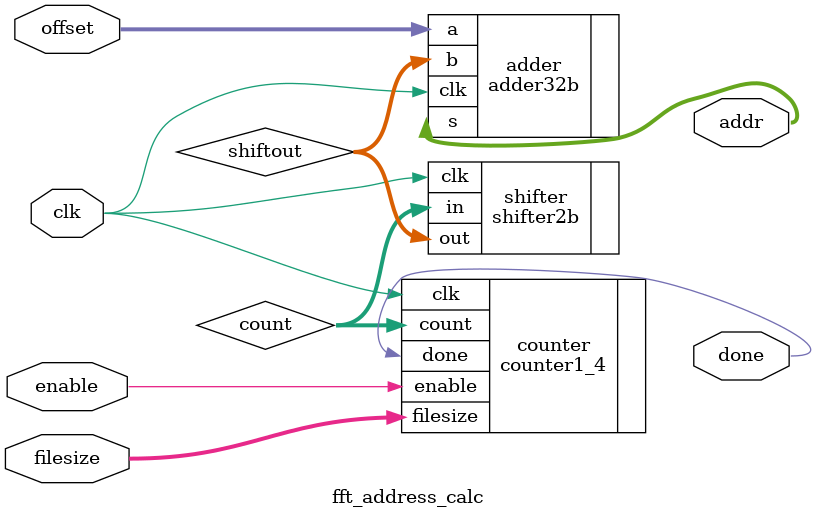
<source format=v>
module fft_address_calc (offset, filesize, enable, clk, addr, done);
	input [31:0] offset, filesize;
	input enable, clk;
	output [31:0] addr;
	output done;
	
	wire cout;
	wire [31:0] count, shiftout;

	counter1_4 counter (.filesize(filesize),.enable(enable),.clk(clk),.count(count), .done(done));
	
	shifter2b shifter (.in(count), .clk(clk), .out(shiftout));
	
	adder32b adder (.a(offset), .b(shiftout), .clk(clk), .s(addr));
	
endmodule

</source>
